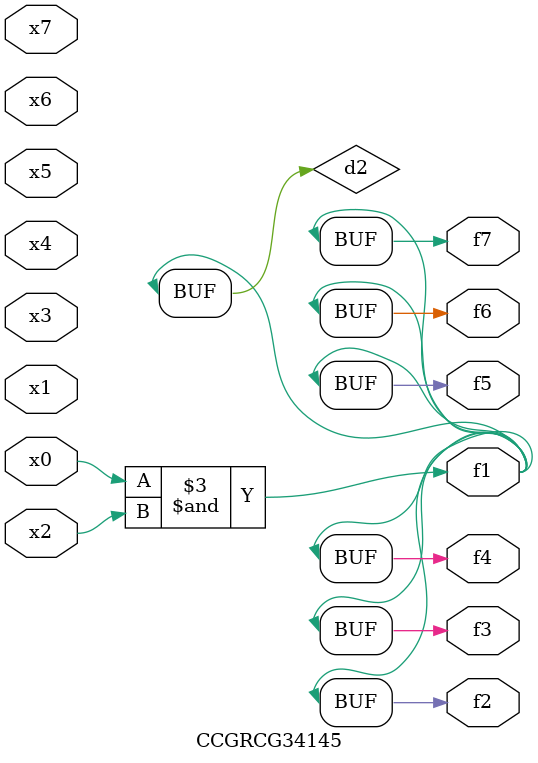
<source format=v>
module CCGRCG34145(
	input x0, x1, x2, x3, x4, x5, x6, x7,
	output f1, f2, f3, f4, f5, f6, f7
);

	wire d1, d2;

	nor (d1, x3, x6);
	and (d2, x0, x2);
	assign f1 = d2;
	assign f2 = d2;
	assign f3 = d2;
	assign f4 = d2;
	assign f5 = d2;
	assign f6 = d2;
	assign f7 = d2;
endmodule

</source>
